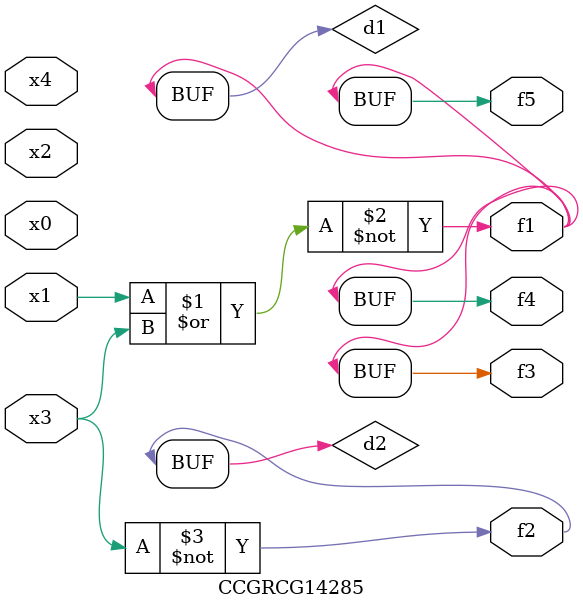
<source format=v>
module CCGRCG14285(
	input x0, x1, x2, x3, x4,
	output f1, f2, f3, f4, f5
);

	wire d1, d2;

	nor (d1, x1, x3);
	not (d2, x3);
	assign f1 = d1;
	assign f2 = d2;
	assign f3 = d1;
	assign f4 = d1;
	assign f5 = d1;
endmodule

</source>
